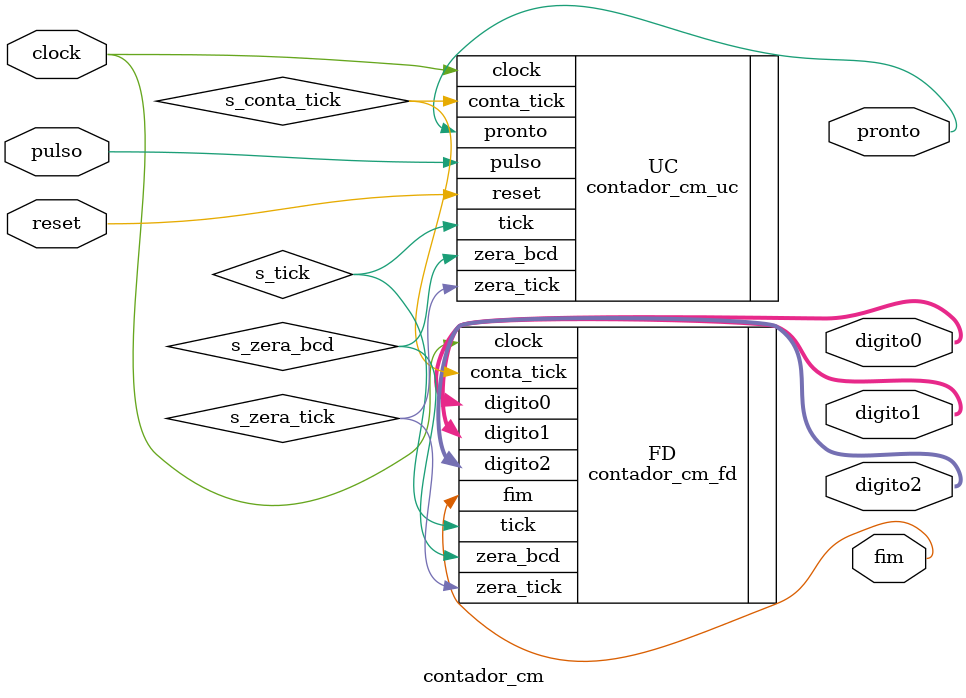
<source format=v>
/* --------------------------------------------------------------------------
 *  Arquivo   : contador_cm.v
 * --------------------------------------------------------------------------
 *  Descricao : componente de contagem de cm 
 *
 *              componente parametrizado em funcao de clocks/cm
 *            
 * --------------------------------------------------------------------------
 *  Revisoes  :
 *      Data        Versao  Autor             Descricao
 *      07/09/2024  1.0     Edson Midorikawa  versao em Verilog
 * --------------------------------------------------------------------------
 */
 
module contador_cm #(
    parameter R = 10,  // razão de clocks por cm
    parameter N = 4    // teto(log2(R))
) (
    input wire        clock,
    input wire        reset,
    input wire        pulso,
    output wire [3:0] digito0,
    output wire [3:0] digito1,
    output wire [3:0] digito2,
    output wire       fim,
    output wire       pronto
);

    // Sinais internos
    wire s_zera_tick;
    wire s_conta_tick;
    wire s_zera_bcd;
    wire s_tick;

    // Instanciação do contador_cm_fd
    contador_cm_fd #(
        .R(R), 
        .N(N)
    ) FD (
        .clock     (clock       ),
        .zera_tick (s_zera_tick ),
        .conta_tick(s_conta_tick),
        .zera_bcd  (s_zera_bcd  ),
        .tick      (s_tick      ),
        .digito0   (digito0     ),
        .digito1   (digito1     ),
        .digito2   (digito2     ),
        .fim       (fim         )
    );

    // Instanciação do contador_cm_uc
    contador_cm_uc UC (
        .clock     (clock       ),
        .reset     (reset       ),
        .pulso     (pulso       ),
        .tick      (s_tick      ),
        .zera_tick (s_zera_tick ),
        .conta_tick(s_conta_tick),
        .zera_bcd  (s_zera_bcd  ),
        .pronto    (pronto      )
    );

endmodule
</source>
